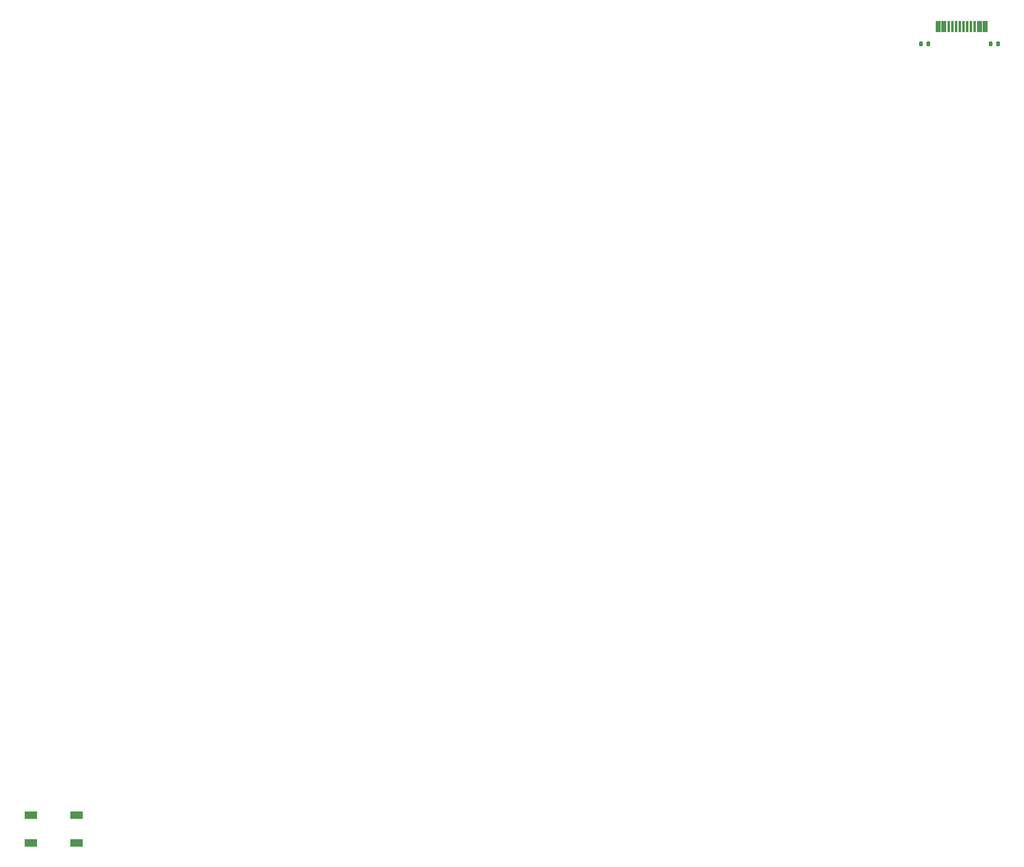
<source format=gtp>
%TF.GenerationSoftware,KiCad,Pcbnew,5.99.0-1.20210419gite0f69ad.fc33*%
%TF.CreationDate,2021-04-20T05:27:24+03:00*%
%TF.ProjectId,UniversalTKL,556e6976-6572-4736-916c-544b4c2e6b69,rev?*%
%TF.SameCoordinates,Original*%
%TF.FileFunction,Paste,Top*%
%TF.FilePolarity,Positive*%
%FSLAX46Y46*%
G04 Gerber Fmt 4.6, Leading zero omitted, Abs format (unit mm)*
G04 Created by KiCad (PCBNEW 5.99.0-1.20210419gite0f69ad.fc33) date 2021-04-20 05:27:24*
%MOMM*%
%LPD*%
G01*
G04 APERTURE LIST*
G04 Aperture macros list*
%AMRoundRect*
0 Rectangle with rounded corners*
0 $1 Rounding radius*
0 $2 $3 $4 $5 $6 $7 $8 $9 X,Y pos of 4 corners*
0 Add a 4 corners polygon primitive as box body*
4,1,4,$2,$3,$4,$5,$6,$7,$8,$9,$2,$3,0*
0 Add four circle primitives for the rounded corners*
1,1,$1+$1,$2,$3*
1,1,$1+$1,$4,$5*
1,1,$1+$1,$6,$7*
1,1,$1+$1,$8,$9*
0 Add four rect primitives between the rounded corners*
20,1,$1+$1,$2,$3,$4,$5,0*
20,1,$1+$1,$4,$5,$6,$7,0*
20,1,$1+$1,$6,$7,$8,$9,0*
20,1,$1+$1,$8,$9,$2,$3,0*%
G04 Aperture macros list end*
%ADD10R,1.700000X1.000000*%
%ADD11RoundRect,0.050000X0.300000X0.725000X-0.300000X0.725000X-0.300000X-0.725000X0.300000X-0.725000X0*%
%ADD12RoundRect,0.050000X0.150000X0.725000X-0.150000X0.725000X-0.150000X-0.725000X0.150000X-0.725000X0*%
%ADD13RoundRect,0.135000X-0.135000X-0.185000X0.135000X-0.185000X0.135000X0.185000X-0.135000X0.185000X0*%
%ADD14RoundRect,0.135000X0.135000X0.185000X-0.135000X0.185000X-0.135000X-0.185000X0.135000X-0.185000X0*%
G04 APERTURE END LIST*
D10*
%TO.C,J1*%
X196090000Y-144130000D03*
X189790000Y-144130000D03*
X196090000Y-140330000D03*
X189790000Y-140330000D03*
%TD*%
D11*
%TO.C,USB1*%
X320725000Y-32107500D03*
X319950000Y-32107500D03*
D12*
X319250000Y-32107500D03*
X318750000Y-32107500D03*
X318250000Y-32107500D03*
X317750000Y-32107500D03*
X317250000Y-32107500D03*
X316750000Y-32107500D03*
X316250000Y-32107500D03*
X315750000Y-32107500D03*
D11*
X315050000Y-32107500D03*
X314275000Y-32107500D03*
%TD*%
D13*
%TO.C,R_USB1*%
X311920000Y-34540000D03*
X312940000Y-34540000D03*
%TD*%
D14*
%TO.C,R_USB2*%
X322490000Y-34480000D03*
X321470000Y-34480000D03*
%TD*%
M02*

</source>
